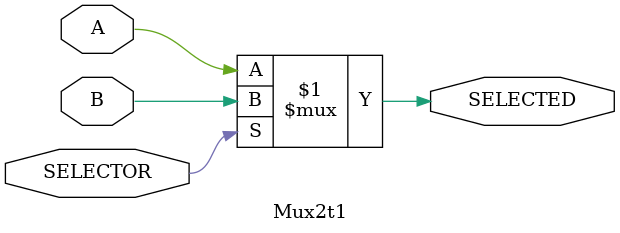
<source format=sv>
/**
	cse3341, digital logic 2, term project
	George Boone
	1002055713
	
	2:1 multiplexer. 
	low signal selects A
	
	- bsaelined from my lab6
*/

module Mux2t1#(
		parameter N = 1
	)(
		input 				SELECTOR,
		input [N-1:0]		A, B,
		
		output[N-1:0]		SELECTED
	);

	assign SELECTED = SELECTOR ? B : A;

endmodule
</source>
